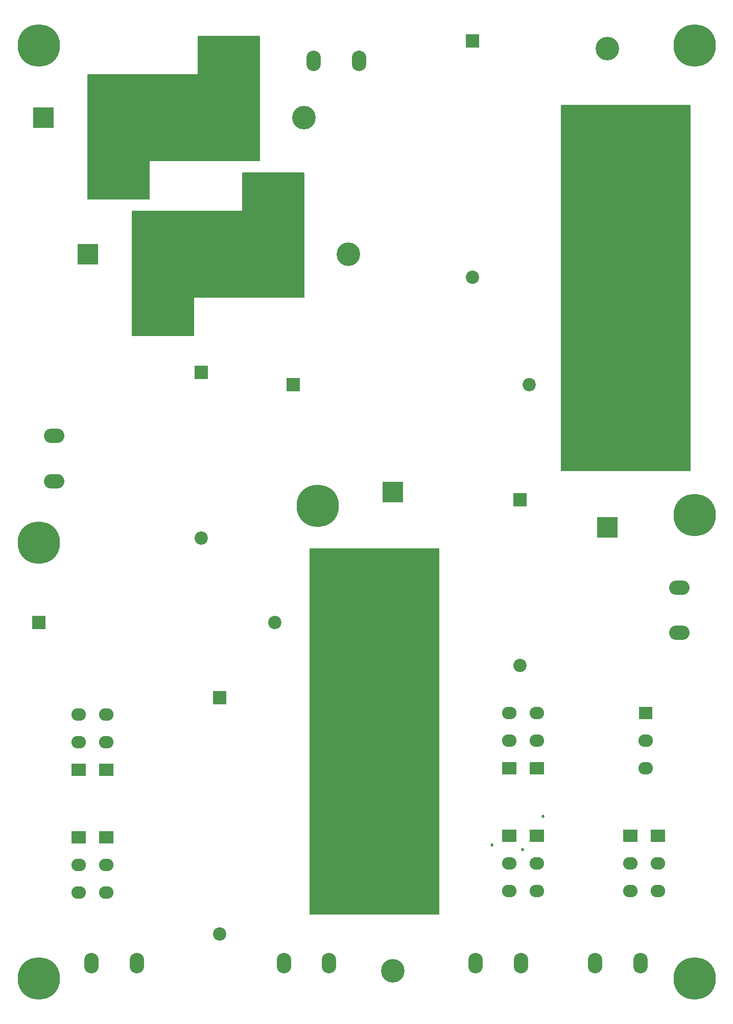
<source format=gbr>
G04 #@! TF.FileFunction,Soldermask,Top*
%FSLAX46Y46*%
G04 Gerber Fmt 4.6, Leading zero omitted, Abs format (unit mm)*
G04 Created by KiCad (PCBNEW 4.0.4-stable) date 12/10/17 16:08:38*
%MOMM*%
%LPD*%
G01*
G04 APERTURE LIST*
%ADD10C,0.100000*%
%ADD11C,0.150000*%
%ADD12C,0.520000*%
%ADD13O,2.400000X3.400000*%
%ADD14R,2.200000X2.200000*%
%ADD15C,2.200000*%
%ADD16O,3.400000X2.400000*%
%ADD17R,2.400000X2.100000*%
%ADD18O,2.400000X2.100000*%
%ADD19R,2.300000X2.000000*%
%ADD20C,7.020000*%
%ADD21C,5.400000*%
%ADD22R,3.400000X3.400000*%
%ADD23C,3.900000*%
%ADD24C,5.100000*%
%ADD25C,0.254000*%
G04 APERTURE END LIST*
D10*
D11*
X75946000Y-51816000D02*
X57658000Y-51816000D01*
X75946000Y-45466000D02*
X75946000Y-51816000D01*
X86106000Y-45466000D02*
X75946000Y-45466000D01*
X86106000Y-66040000D02*
X86106000Y-45466000D01*
X67818000Y-66040000D02*
X86106000Y-66040000D01*
X67818000Y-72390000D02*
X67818000Y-66040000D01*
X57658000Y-72390000D02*
X67818000Y-72390000D01*
X57658000Y-51816000D02*
X57658000Y-72390000D01*
X68580000Y-29210000D02*
X50292000Y-29210000D01*
X68580000Y-22860000D02*
X68580000Y-29210000D01*
X78740000Y-22860000D02*
X68580000Y-22860000D01*
X78740000Y-43434000D02*
X78740000Y-22860000D01*
X60452000Y-43434000D02*
X78740000Y-43434000D01*
X60452000Y-49784000D02*
X60452000Y-43434000D01*
X50292000Y-49784000D02*
X60452000Y-49784000D01*
X50292000Y-29210000D02*
X50292000Y-49784000D01*
X128778000Y-34290000D02*
X128778000Y-94742000D01*
X150114000Y-34290000D02*
X128778000Y-34290000D01*
X150114000Y-94742000D02*
X150114000Y-34290000D01*
X128778000Y-94742000D02*
X150114000Y-94742000D01*
X108458000Y-168148000D02*
X108458000Y-107696000D01*
X87122000Y-168148000D02*
X108458000Y-168148000D01*
X87122000Y-107696000D02*
X87122000Y-168148000D01*
X108458000Y-107696000D02*
X87122000Y-107696000D01*
D12*
X125730000Y-152019000D03*
X122364500Y-157480000D03*
D13*
X141926000Y-176276000D03*
X134426000Y-176276000D03*
X58420000Y-176276000D03*
X50920000Y-176276000D03*
D14*
X42164000Y-119888000D03*
D15*
X81280000Y-119888000D03*
D14*
X69088000Y-78486000D03*
D15*
X69088000Y-105918000D03*
D14*
X84328000Y-80518000D03*
D15*
X123444000Y-80518000D03*
D14*
X72136000Y-132334000D03*
D15*
X72136000Y-171450000D03*
D14*
X114046000Y-23622000D03*
D15*
X114046000Y-62738000D03*
D14*
X121920000Y-99568000D03*
D15*
X121920000Y-127000000D03*
D16*
X44704000Y-96520000D03*
X44704000Y-89020000D03*
X148336000Y-114106000D03*
X148336000Y-121606000D03*
D13*
X87750000Y-26924000D03*
X95250000Y-26924000D03*
X90304000Y-176276000D03*
X82804000Y-176276000D03*
X122114000Y-176276000D03*
X114614000Y-176276000D03*
D17*
X53340000Y-144272000D03*
D18*
X53340000Y-139700000D03*
X53340000Y-135128000D03*
X48768000Y-135128000D03*
X48768000Y-139700000D03*
D17*
X48768000Y-144272000D03*
X48768000Y-155448000D03*
D18*
X48768000Y-160020000D03*
X48768000Y-164592000D03*
X53340000Y-164592000D03*
X53340000Y-160020000D03*
D17*
X53340000Y-155448000D03*
X124714000Y-144018000D03*
D18*
X124714000Y-139446000D03*
X124714000Y-134874000D03*
X120142000Y-134874000D03*
X120142000Y-139446000D03*
D17*
X120142000Y-144018000D03*
X120142000Y-155194000D03*
D18*
X120142000Y-159766000D03*
X120142000Y-164338000D03*
X124714000Y-164338000D03*
X124714000Y-159766000D03*
D17*
X124714000Y-155194000D03*
D19*
X142748000Y-134874000D03*
D18*
X142748000Y-139446000D03*
X142748000Y-144018000D03*
D17*
X140208000Y-155194000D03*
D18*
X140208000Y-159766000D03*
X140208000Y-164338000D03*
X144780000Y-164338000D03*
X144780000Y-159766000D03*
D17*
X144780000Y-155194000D03*
D20*
X42164000Y-24384000D03*
X150876000Y-24384000D03*
X42164000Y-178816000D03*
X150876000Y-178816000D03*
X88392000Y-100584000D03*
X150876000Y-102108000D03*
X42164000Y-106680000D03*
D21*
X62738000Y-69088000D03*
X81026000Y-48768000D03*
D22*
X50292000Y-58928000D03*
D23*
X93472000Y-58928000D03*
D21*
X55372000Y-46482000D03*
X73660000Y-26162000D03*
D22*
X42926000Y-36322000D03*
D23*
X86106000Y-36322000D03*
D24*
X147066000Y-86614000D03*
X147066000Y-42418000D03*
D22*
X136398000Y-104140000D03*
D23*
X136398000Y-24892000D03*
D24*
X90170000Y-115824000D03*
X90170000Y-160020000D03*
D22*
X100838000Y-98298000D03*
D23*
X100838000Y-177546000D03*
D12*
X117284500Y-156718000D03*
D25*
G36*
X85979000Y-65913000D02*
X67818000Y-65913000D01*
X67768590Y-65923006D01*
X67726965Y-65951447D01*
X67699685Y-65993841D01*
X67691000Y-66040000D01*
X67691000Y-72263000D01*
X57785000Y-72263000D01*
X57785000Y-51943000D01*
X75946000Y-51943000D01*
X75995410Y-51932994D01*
X76037035Y-51904553D01*
X76064315Y-51862159D01*
X76073000Y-51816000D01*
X76073000Y-45593000D01*
X85979000Y-45593000D01*
X85979000Y-65913000D01*
X85979000Y-65913000D01*
G37*
X85979000Y-65913000D02*
X67818000Y-65913000D01*
X67768590Y-65923006D01*
X67726965Y-65951447D01*
X67699685Y-65993841D01*
X67691000Y-66040000D01*
X67691000Y-72263000D01*
X57785000Y-72263000D01*
X57785000Y-51943000D01*
X75946000Y-51943000D01*
X75995410Y-51932994D01*
X76037035Y-51904553D01*
X76064315Y-51862159D01*
X76073000Y-51816000D01*
X76073000Y-45593000D01*
X85979000Y-45593000D01*
X85979000Y-65913000D01*
G36*
X78613000Y-43307000D02*
X60452000Y-43307000D01*
X60402590Y-43317006D01*
X60360965Y-43345447D01*
X60333685Y-43387841D01*
X60325000Y-43434000D01*
X60325000Y-49657000D01*
X50419000Y-49657000D01*
X50419000Y-29337000D01*
X68580000Y-29337000D01*
X68629410Y-29326994D01*
X68671035Y-29298553D01*
X68698315Y-29256159D01*
X68707000Y-29210000D01*
X68707000Y-22987000D01*
X78613000Y-22987000D01*
X78613000Y-43307000D01*
X78613000Y-43307000D01*
G37*
X78613000Y-43307000D02*
X60452000Y-43307000D01*
X60402590Y-43317006D01*
X60360965Y-43345447D01*
X60333685Y-43387841D01*
X60325000Y-43434000D01*
X60325000Y-49657000D01*
X50419000Y-49657000D01*
X50419000Y-29337000D01*
X68580000Y-29337000D01*
X68629410Y-29326994D01*
X68671035Y-29298553D01*
X68698315Y-29256159D01*
X68707000Y-29210000D01*
X68707000Y-22987000D01*
X78613000Y-22987000D01*
X78613000Y-43307000D01*
G36*
X149987000Y-94615000D02*
X128905000Y-94615000D01*
X128905000Y-34417000D01*
X149987000Y-34417000D01*
X149987000Y-94615000D01*
X149987000Y-94615000D01*
G37*
X149987000Y-94615000D02*
X128905000Y-94615000D01*
X128905000Y-34417000D01*
X149987000Y-34417000D01*
X149987000Y-94615000D01*
G36*
X108331000Y-168021000D02*
X87249000Y-168021000D01*
X87249000Y-107823000D01*
X108331000Y-107823000D01*
X108331000Y-168021000D01*
X108331000Y-168021000D01*
G37*
X108331000Y-168021000D02*
X87249000Y-168021000D01*
X87249000Y-107823000D01*
X108331000Y-107823000D01*
X108331000Y-168021000D01*
M02*

</source>
